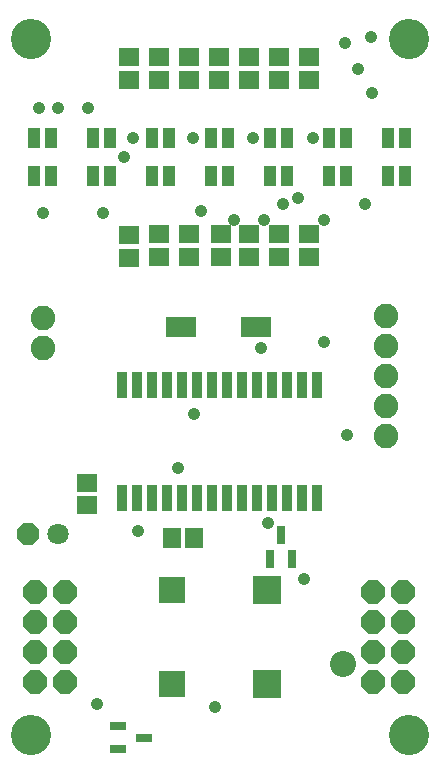
<source format=gbr>
G04 EAGLE Gerber RS-274X export*
G75*
%MOMM*%
%FSLAX34Y34*%
%LPD*%
%INSoldermask Top*%
%IPPOS*%
%AMOC8*
5,1,8,0,0,1.08239X$1,22.5*%
G01*
%ADD10C,3.403200*%
%ADD11C,2.082800*%
%ADD12R,1.503200X1.703200*%
%ADD13R,0.903200X2.253200*%
%ADD14R,1.703200X1.503200*%
%ADD15P,2.199416X8X292.500000*%
%ADD16P,2.199416X8X112.500000*%
%ADD17R,2.503200X1.803200*%
%ADD18C,2.203200*%
%ADD19R,2.453200X2.453200*%
%ADD20R,2.250000X2.250000*%
%ADD21P,1.951982X8X202.500000*%
%ADD22C,1.803400*%
%ADD23R,1.003200X1.803200*%
%ADD24R,0.803200X1.503200*%
%ADD25R,1.353200X0.803200*%
%ADD26C,1.061200*%


D10*
X360000Y630000D03*
X40000Y630000D03*
X40000Y40000D03*
X360000Y40000D03*
D11*
X50800Y393700D03*
X50800Y368300D03*
D12*
X178400Y207490D03*
X159400Y207490D03*
D13*
X282250Y336840D03*
X269550Y336840D03*
X256850Y336840D03*
X244150Y336840D03*
X231450Y336840D03*
X218750Y336840D03*
X206050Y336840D03*
X193350Y336840D03*
X180650Y336840D03*
X167950Y336840D03*
X155250Y336840D03*
X142550Y336840D03*
X129850Y336840D03*
X117150Y336840D03*
X117150Y241340D03*
X129850Y241340D03*
X142550Y241340D03*
X155250Y241340D03*
X167950Y241340D03*
X180650Y241340D03*
X193350Y241340D03*
X206050Y241340D03*
X218750Y241340D03*
X231450Y241340D03*
X244150Y241340D03*
X256850Y241340D03*
X269550Y241340D03*
X282250Y241340D03*
D14*
X87940Y234970D03*
X87940Y253970D03*
X250660Y445160D03*
X250660Y464160D03*
X225260Y445160D03*
X225260Y464160D03*
X201130Y445160D03*
X201130Y464160D03*
X174460Y445160D03*
X174460Y464160D03*
X149060Y445160D03*
X149060Y464160D03*
X123660Y444652D03*
X123660Y463652D03*
X123660Y614020D03*
X123660Y595020D03*
X149060Y614020D03*
X149060Y595020D03*
X174460Y614020D03*
X174460Y595020D03*
X199540Y614180D03*
X199540Y595180D03*
X224940Y614180D03*
X224940Y595180D03*
X250340Y614180D03*
X250340Y595180D03*
X275740Y614180D03*
X275740Y595180D03*
X276060Y445160D03*
X276060Y464160D03*
D15*
X329900Y161700D03*
X355300Y161700D03*
X329900Y136300D03*
X355300Y136300D03*
X329900Y110900D03*
X355300Y110900D03*
X329900Y85500D03*
X355300Y85500D03*
D16*
X69500Y85500D03*
X44100Y85500D03*
X69500Y110900D03*
X44100Y110900D03*
X69500Y136300D03*
X44100Y136300D03*
X69500Y161700D03*
X44100Y161700D03*
D17*
X230690Y385680D03*
X167690Y385680D03*
D18*
X304500Y100500D03*
D11*
X341300Y293200D03*
X341300Y318600D03*
X341300Y344000D03*
X341300Y369400D03*
X341300Y394800D03*
D19*
X240000Y83360D03*
X240000Y163360D03*
D20*
X160000Y163360D03*
X160000Y83360D03*
D21*
X38100Y210820D03*
D22*
X63500Y210820D03*
D23*
X43000Y546000D03*
X43000Y514000D03*
X57000Y546000D03*
X57000Y514000D03*
X93000Y546000D03*
X93000Y514000D03*
X107000Y546000D03*
X107000Y514000D03*
X143000Y546000D03*
X143000Y514000D03*
X157000Y546000D03*
X157000Y514000D03*
X193000Y546000D03*
X193000Y514000D03*
X207000Y546000D03*
X207000Y514000D03*
X243000Y546000D03*
X243000Y514000D03*
X257000Y546000D03*
X257000Y514000D03*
X293000Y546000D03*
X293000Y514000D03*
X307000Y546000D03*
X307000Y514000D03*
X343000Y546000D03*
X343000Y514000D03*
X357000Y546000D03*
X357000Y514000D03*
D24*
X242500Y189000D03*
X261500Y189000D03*
X252000Y210000D03*
D25*
X114090Y47700D03*
X114090Y28500D03*
X136090Y38100D03*
D26*
X307518Y294310D03*
X288600Y372910D03*
X131390Y212810D03*
X178110Y312400D03*
X323360Y489750D03*
X271780Y172290D03*
X234950Y368300D03*
X101600Y482600D03*
X50800Y482600D03*
X96200Y66500D03*
X328400Y631468D03*
X329240Y584360D03*
X305920Y626388D03*
X317650Y603870D03*
X195790Y63960D03*
X288290Y476250D03*
X46990Y571500D03*
X184150Y484096D03*
X119380Y529590D03*
X212395Y476555D03*
X127000Y546100D03*
X237490Y476250D03*
X177800Y546100D03*
X254000Y490220D03*
X228600Y546100D03*
X266700Y495300D03*
X279400Y546100D03*
X88900Y571500D03*
X63500Y571500D03*
X165100Y266700D03*
X241300Y219710D03*
M02*

</source>
